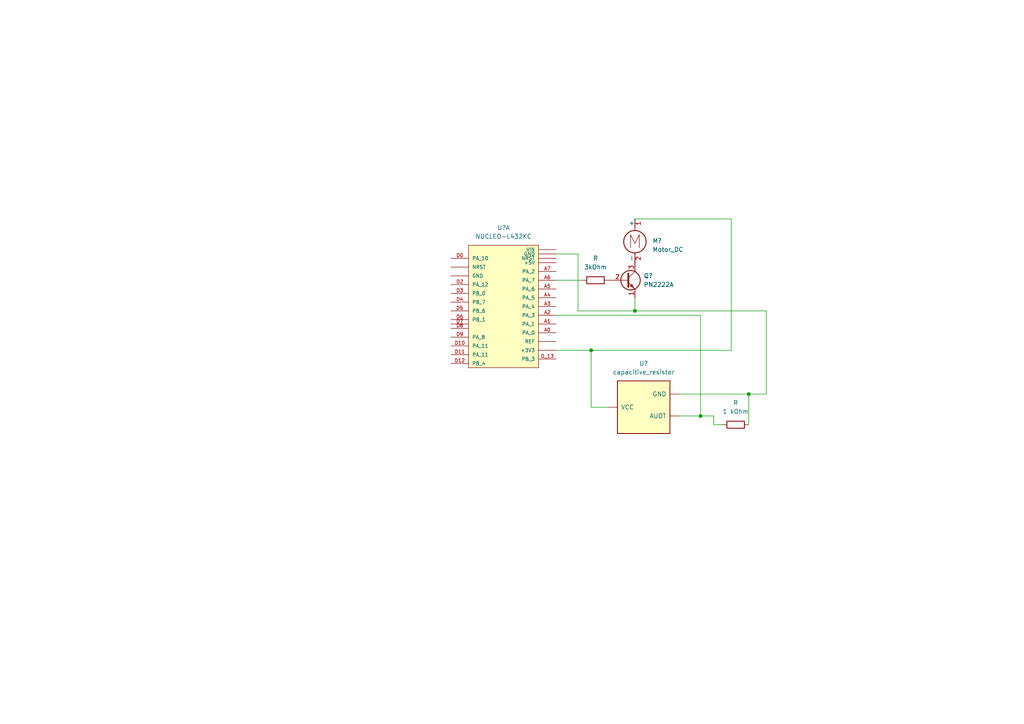
<source format=kicad_sch>
(kicad_sch (version 20211123) (generator eeschema)
  (paper "A4")
  (lib_symbols
    (symbol "Device:R" (pin_numbers hide) (pin_names (offset 0))
      (property "Reference" "R" (at 2.032 0 90))
      (property "Value" "R" (at 0 0 90))
      (symbol "R_0_1"
        (rectangle (start -1.016 -2.54) (end 1.016 2.54) (stroke (width 0.254)))
      )
      (symbol "R_1_1"
        (pin passive line (at 0 3.81 270) (length 1.27) (name "~") (number "1"))
        (pin passive line (at 0 -3.81 90) (length 1.27) (name "~") (number "2"))
      )
    )
    (symbol "Motor:Motor_DC" (pin_names (offset 0))
      (property "Reference" "M" (at 2.54 2.54 0))
      (property "Value" "Motor_DC" (at 2.54 -5.08 0))
      (symbol "Motor_DC_0_0"
        (polyline (pts (xy -1.27 -3.302) (xy -1.27 0.508) (xy 0 -2.032) (xy 1.27 0.508) (xy 1.27 -3.302)))
      )
      (symbol "Motor_DC_0_1"
        (circle (center 0 -1.524) (radius 3.2512) (stroke (width 0.254)))
        (polyline (pts (xy 0 -7.62) (xy 0 -7.112)))
        (polyline (pts (xy 0 -4.7752) (xy 0 -5.1816)))
        (polyline (pts (xy 0 1.7272) (xy 0 2.0828)))
        (polyline (pts (xy 0 2.032) (xy 0 2.54)))
      )
      (symbol "Motor_DC_1_1"
        (pin passive line (at 0 5.08 270) (length 2.54) (name "+") (number "1"))
        (pin passive line (at 0 -7.62 90) (length 2.54) (name "-") (number "2"))
      )
    )
    (symbol "Transistor_BJT:PN2222A" (pin_names (offset 0) hide)
      (property "Reference" "Q" (at 5.08 1.905 0))
      (property "Value" "PN2222A" (at 5.08 0 0))
      (symbol "PN2222A_0_1"
        (polyline (pts (xy 0 0) (xy 0.635 0)))
        (polyline (pts (xy 2.54 -2.54) (xy 0.635 -0.635)))
        (polyline (pts (xy 2.54 2.54) (xy 0.635 0.635)))
        (polyline (pts (xy 0.635 1.905) (xy 0.635 -1.905) (xy 0.635 -1.905)) (stroke (width 0.508)))
        (polyline (pts (xy 2.413 -2.413) (xy 1.905 -1.905) (xy 1.905 -1.905)))
        (polyline (pts (xy 1.143 -1.651) (xy 1.651 -1.143) (xy 2.159 -2.159) (xy 1.143 -1.651) (xy 1.143 -1.651)) (fill (type outline)))
        (circle (center 1.27 0) (radius 2.8194) (stroke (width 0.254)))
      )
      (symbol "PN2222A_1_1"
        (pin passive line (at 2.54 -5.08 90) (length 2.54) (name "E") (number "1"))
        (pin input line (at -5.08 0 0) (length 5.08) (name "B") (number "2"))
        (pin passive line (at 2.54 5.08 270) (length 2.54) (name "C") (number "3"))
      )
    )
    (symbol "nucleo-own:NUCLEO-L432KC" (pin_names (offset 1.016))
      (property "Reference" "U" (at 8.89 -20.32 0))
      (property "Value" "NUCLEO-L432KC" (at -10.16 -20.32 0))
      (symbol "NUCLEO-L432KC_1_0"
        (rectangle (start -10.16 -17.78) (end 10.16 17.78) (stroke (width 0.1524)) (fill (type background)))
        (pin bidirectional line (at 15.24 -12.7 180) (length 5.08) (name "+3V3") (number ""))
        (pin bidirectional line (at 15.24 12.7 180) (length 5.08) (name "+5V") (number ""))
        (pin bidirectional line (at -15.24 8.89 0) (length 5.08) (name "GND") (number ""))
        (pin input line (at 15.24 15.24 180) (length 5.08) (name "GND") (number ""))
        (pin bidirectional line (at -15.24 11.43 0) (length 5.08) (name "NRST") (number ""))
        (pin bidirectional line (at 15.24 13.97 180) (length 5.08) (name "NRST") (number ""))
        (pin bidirectional line (at 15.24 -10.16 180) (length 5.08) (name "REF") (number ""))
        (pin bidirectional line (at 15.24 16.51 180) (length 5.08) (name "VIN") (number ""))
        (pin bidirectional line (at 15.24 -7.62 180) (length 5.08) (name "PA_0") (number "A0"))
        (pin bidirectional line (at 15.24 -5.08 180) (length 5.08) (name "PA_1") (number "A1"))
        (pin bidirectional line (at 15.24 -2.54 180) (length 5.08) (name "PA_3") (number "A2"))
        (pin bidirectional line (at 15.24 0 180) (length 5.08) (name "PA_4") (number "A3"))
        (pin bidirectional line (at 15.24 2.54 180) (length 5.08) (name "PA_5") (number "A4"))
        (pin bidirectional line (at 15.24 5.08 180) (length 5.08) (name "PA_6") (number "A5"))
        (pin bidirectional line (at 15.24 7.62 180) (length 5.08) (name "PA_7") (number "A6"))
        (pin bidirectional line (at 15.24 10.16 180) (length 5.08) (name "PA_2") (number "A7"))
        (pin bidirectional line (at -15.24 13.97 0) (length 5.08) (name "PA_10") (number "D0"))
        (pin bidirectional line (at -15.24 16.51 0) (length 5.08) hide (name "PA_9") (number "D1"))
        (pin bidirectional line (at -15.24 -11.43 0) (length 5.08) (name "PA_11") (number "D10"))
        (pin bidirectional line (at -15.24 -13.97 0) (length 5.08) (name "PA_11") (number "D11"))
        (pin bidirectional line (at -15.24 -16.51 0) (length 5.08) (name "PB_4") (number "D12"))
        (pin bidirectional line (at -15.24 6.35 0) (length 5.08) (name "PA_12") (number "D2"))
        (pin bidirectional line (at -15.24 3.81 0) (length 5.08) (name "PB_0") (number "D3"))
        (pin bidirectional line (at -15.24 1.27 0) (length 5.08) (name "PB_7") (number "D4"))
        (pin bidirectional line (at -15.24 -1.27 0) (length 5.08) (name "PB_6") (number "D5"))
        (pin bidirectional line (at -15.24 -3.81 0) (length 5.08) (name "PB_1") (number "D6"))
        (pin bidirectional line (at -15.24 -5.08 0) (length 5.08) (name "") (number "D7"))
        (pin bidirectional line (at -15.24 -6.35 0) (length 5.08) (name "") (number "D8"))
        (pin bidirectional line (at -15.24 -8.89 0) (length 5.08) (name "PA_8") (number "D9"))
        (pin bidirectional line (at 15.24 -15.24 180) (length 5.08) (name "PB_3") (number "D_13"))
      )
      (symbol "NUCLEO-L432KC_2_0"
        (rectangle (start -10.16 -17.78) (end 10.16 17.78) (stroke (width 0.1524)) (fill (type background)))
        (text "CN4" (at -10.16 18.542 0) (effects (font (size 1.778 1.778)) (justify left bottom)))
        (pin input line (at -15.24 7.62 0) (length 5.08) (name "VIN") (number "CN4_1"))
        (pin bidirectional line (at -15.24 -10.16 0) (length 5.08) (name "PA3") (number "CN4_10"))
        (pin bidirectional line (at -15.24 -5.08 0) (length 5.08) (name "PA1") (number "CN4_11"))
        (pin bidirectional line (at -15.24 -2.54 0) (length 5.08) (name "PA0") (number "CN4_12"))
        (pin bidirectional line (at 15.24 7.62 180) (length 5.08) (name "AREF") (number "CN4_13"))
        (pin power_in line (at 15.24 12.7 180) (length 5.08) (name "+3V3") (number "CN4_14"))
        (pin bidirectional line (at 15.24 2.54 180) (length 5.08) (name "PB3") (number "CN4_15"))
        (pin power_in line (at 15.24 -15.24 180) (length 5.08) (name "GND_CN4") (number "CN4_2"))
        (pin bidirectional line (at -15.24 2.54 0) (length 5.08) (name "NRST_CN4") (number "CN4_3"))
        (pin power_in line (at 15.24 15.24 180) (length 5.08) (name "+5V") (number "CN4_4"))
        (pin bidirectional line (at -15.24 -7.62 0) (length 5.08) (name "PA2") (number "CN4_5"))
        (pin bidirectional line (at 15.24 -10.16 180) (length 5.08) (name "PA7") (number "CN4_6"))
        (pin bidirectional line (at 15.24 -7.62 180) (length 5.08) (name "PA6") (number "CN4_7"))
        (pin bidirectional line (at 15.24 -5.08 180) (length 5.08) (name "PA5") (number "CN4_8"))
        (pin bidirectional line (at 15.24 -2.54 180) (length 5.08) (name "PA4") (number "CN4_9"))
      )
    )
    (symbol "nucleo-own:capacitive_resistor" (pin_names (offset 1.016))
      (property "Reference" "U" (at 7.62 -8.89 0))
      (property "Value" "capacitive_resistor" (at 1.27 8.89 0))
      (symbol "capacitive_resistor_0_1"
        (rectangle (start 7.62 -7.62) (end -7.62 7.62) (stroke (width 0.254)) (fill (type background)))
      )
      (symbol "capacitive_resistor_1_1"
        (pin bidirectional line (at 10.16 -2.54 180) (length 2.54) (name "AUOT") (number ""))
        (pin bidirectional line (at 10.16 3.81 180) (length 2.54) (name "GND") (number ""))
        (pin bidirectional line (at -10.16 0 0) (length 2.54) (name "VCC") (number ""))
      )
    )
  )
  (junction (at 217.17 114.3))
  (junction (at 203.2 120.65))
  (junction (at 184.15 90.17))
  (junction (at 171.45 101.6))
  (wire (pts (xy 171.45 101.6) (xy 171.45 118.11)))
  (wire (pts (xy 167.64 90.17) (xy 184.15 90.17)))
  (wire (pts (xy 167.64 73.66) (xy 167.64 90.17)))
  (wire (pts (xy 217.17 114.3) (xy 222.25 114.3)))
  (wire (pts (xy 203.2 120.65) (xy 207.01 120.65)))
  (wire (pts (xy 196.85 114.3) (xy 217.17 114.3)))
  (wire (pts (xy 212.09 101.6) (xy 212.09 63.5)))
  (wire (pts (xy 217.17 123.19) (xy 217.17 114.3)))
  (wire (pts (xy 171.45 118.11) (xy 176.53 118.11)))
  (wire (pts (xy 203.2 91.44) (xy 203.2 120.65)))
  (wire (pts (xy 161.29 73.66) (xy 167.64 73.66)))
  (wire (pts (xy 212.09 63.5) (xy 184.15 63.5)))
  (wire (pts (xy 171.45 101.6) (xy 212.09 101.6)))
  (wire (pts (xy 207.01 120.65) (xy 207.01 123.19)))
  (wire (pts (xy 161.29 81.28) (xy 168.91 81.28)))
  (wire (pts (xy 161.29 101.6) (xy 171.45 101.6)))
  (wire (pts (xy 207.01 123.19) (xy 209.55 123.19)))
  (wire (pts (xy 184.15 90.17) (xy 184.15 86.36)))
  (wire (pts (xy 203.2 120.65) (xy 196.85 120.65)))
  (wire (pts (xy 184.15 90.17) (xy 222.25 90.17)))
  (wire (pts (xy 222.25 90.17) (xy 222.25 114.3)))
  (wire (pts (xy 161.29 91.44) (xy 203.2 91.44)))
  (symbol (lib_id "nucleo-own:capacitive_resistor") (at 186.69 118.11 0) (unit 1)
    (property "Reference" "U?" (at 186.69 105.41 0))
    (property "Value" "capacitive_resistor" (at 186.69 107.95 0))
  )
  (symbol (lib_id "Device:R") (at 172.72 81.28 90) (unit 1)
    (property "Reference" "R" (at 172.72 74.93 90))
    (property "Value" "3kOhm" (at 172.72 77.47 90))
  )
  (symbol (lib_id "nucleo-own:NUCLEO-L432KC") (at 146.05 88.9 0) (unit 1)
    (property "Reference" "U?" (at 146.05 66.04 0))
    (property "Value" "NUCLEO-L432KC" (at 146.05 68.58 0))
    (property "Footprint" "MODULE_NUCLEO-L432KC" (effects hide))
    (property "PARTREV" "N/A" (effects hide))
    (property "MANUFACTURER" "ST Microelectronics" (effects hide))
    (property "MAXIMUM_PACKAGE_HEIGHT" "N/A" (effects hide))
    (property "STANDARD" "Manufacturer Recommendations" (effects hide))
  )
  (symbol (lib_id "Motor:Motor_DC") (at 184.15 68.58 0) (unit 1)
    (property "Reference" "M?" (at 189.23 69.8499 0) (effects (justify left)))
    (property "Value" "Motor_DC" (at 189.23 72.3899 0) (effects (justify left)))
  )
  (symbol (lib_id "Device:R") (at 213.36 123.19 90) (unit 1)
    (property "Reference" "R" (at 213.36 116.84 90))
    (property "Value" "1 kOhm" (at 213.36 119.38 90))
  )
  (symbol (lib_id "Transistor_BJT:PN2222A") (at 181.61 81.28 0) (unit 1)
    (property "Reference" "Q?" (at 186.69 80.0099 0) (effects (justify left)))
    (property "Value" "PN2222A" (at 186.69 82.5499 0) (effects (justify left)))
    (property "Footprint" "Package_TO_SOT_THT:TO-92_Inline" (effects hide))
    (property "Datasheet" "https://www.onsemi.com/pub/Collateral/PN2222-D.PDF" (effects hide))
  )
)
</source>
